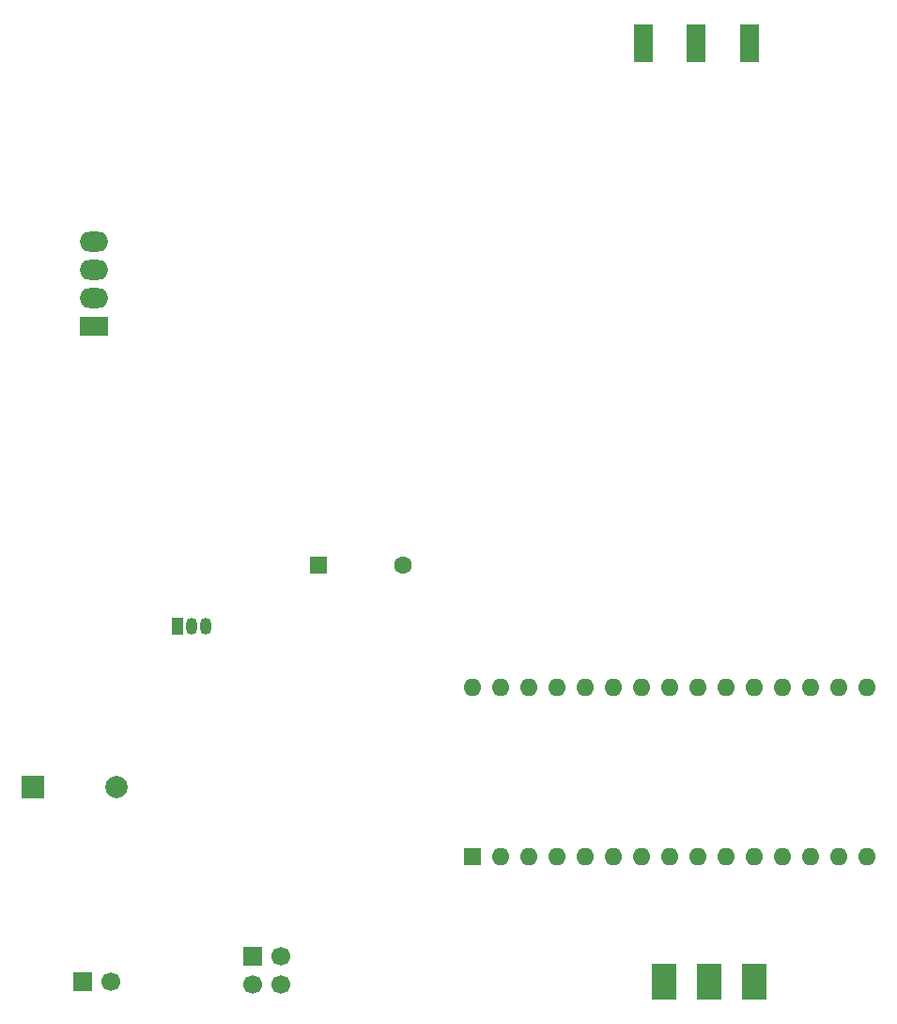
<source format=gbs>
G04 #@! TF.GenerationSoftware,KiCad,Pcbnew,9.0.2*
G04 #@! TF.CreationDate,2025-06-24T21:37:24-04:00*
G04 #@! TF.ProjectId,Shortywithdisplay,53686f72-7479-4776-9974-68646973706c,rev?*
G04 #@! TF.SameCoordinates,Original*
G04 #@! TF.FileFunction,Soldermask,Bot*
G04 #@! TF.FilePolarity,Negative*
%FSLAX46Y46*%
G04 Gerber Fmt 4.6, Leading zero omitted, Abs format (unit mm)*
G04 Created by KiCad (PCBNEW 9.0.2) date 2025-06-24 21:37:24*
%MOMM*%
%LPD*%
G01*
G04 APERTURE LIST*
G04 Aperture macros list*
%AMRoundRect*
0 Rectangle with rounded corners*
0 $1 Rounding radius*
0 $2 $3 $4 $5 $6 $7 $8 $9 X,Y pos of 4 corners*
0 Add a 4 corners polygon primitive as box body*
4,1,4,$2,$3,$4,$5,$6,$7,$8,$9,$2,$3,0*
0 Add four circle primitives for the rounded corners*
1,1,$1+$1,$2,$3*
1,1,$1+$1,$4,$5*
1,1,$1+$1,$6,$7*
1,1,$1+$1,$8,$9*
0 Add four rect primitives between the rounded corners*
20,1,$1+$1,$2,$3,$4,$5,0*
20,1,$1+$1,$4,$5,$6,$7,0*
20,1,$1+$1,$6,$7,$8,$9,0*
20,1,$1+$1,$8,$9,$2,$3,0*%
G04 Aperture macros list end*
%ADD10R,1.050000X1.500000*%
%ADD11O,1.050000X1.500000*%
%ADD12R,2.250000X3.250000*%
%ADD13R,2.600000X1.800000*%
%ADD14O,2.600000X1.800000*%
%ADD15R,1.750000X3.350000*%
%ADD16R,1.600000X1.600000*%
%ADD17O,1.600000X1.600000*%
%ADD18R,1.700000X1.700000*%
%ADD19C,1.700000*%
%ADD20RoundRect,0.250000X-0.550000X-0.550000X0.550000X-0.550000X0.550000X0.550000X-0.550000X0.550000X0*%
%ADD21C,1.600000*%
%ADD22R,2.000000X2.000000*%
%ADD23C,2.000000*%
G04 APERTURE END LIST*
D10*
X113960000Y-90000000D03*
D11*
X115230000Y-90000000D03*
X116500000Y-90000000D03*
D12*
X157800000Y-122000000D03*
X161900000Y-122000000D03*
X166000000Y-122000000D03*
D13*
X106400500Y-63019300D03*
D14*
X106400500Y-60479300D03*
X106400500Y-57939300D03*
X106400500Y-55399300D03*
D15*
X155980000Y-37500000D03*
X160740000Y-37500000D03*
X165500000Y-37500000D03*
D16*
X140560000Y-110740000D03*
D17*
X143100000Y-110740000D03*
X145640000Y-110740000D03*
X148180000Y-110740000D03*
X150720000Y-110740000D03*
X153260000Y-110740000D03*
X155800000Y-110740000D03*
X158340000Y-110740000D03*
X160880000Y-110740000D03*
X163420000Y-110740000D03*
X165960000Y-110740000D03*
X168500000Y-110740000D03*
X171040000Y-110740000D03*
X173580000Y-110740000D03*
X176120000Y-110740000D03*
X176120000Y-95500000D03*
X173580000Y-95500000D03*
X171040000Y-95500000D03*
X168500000Y-95500000D03*
X165960000Y-95500000D03*
X163420000Y-95500000D03*
X160880000Y-95500000D03*
X158340000Y-95500000D03*
X155800000Y-95500000D03*
X153260000Y-95500000D03*
X150720000Y-95500000D03*
X148180000Y-95500000D03*
X145640000Y-95500000D03*
X143100000Y-95500000D03*
X140560000Y-95500000D03*
D18*
X105460000Y-122000000D03*
D19*
X108000000Y-122000000D03*
D20*
X126690000Y-84500000D03*
D21*
X134310000Y-84500000D03*
D22*
X100900000Y-104500000D03*
D23*
X108500000Y-104500000D03*
D18*
X120750000Y-119750000D03*
D19*
X120750000Y-122290000D03*
X123250000Y-119750000D03*
X123250000Y-122290000D03*
M02*

</source>
